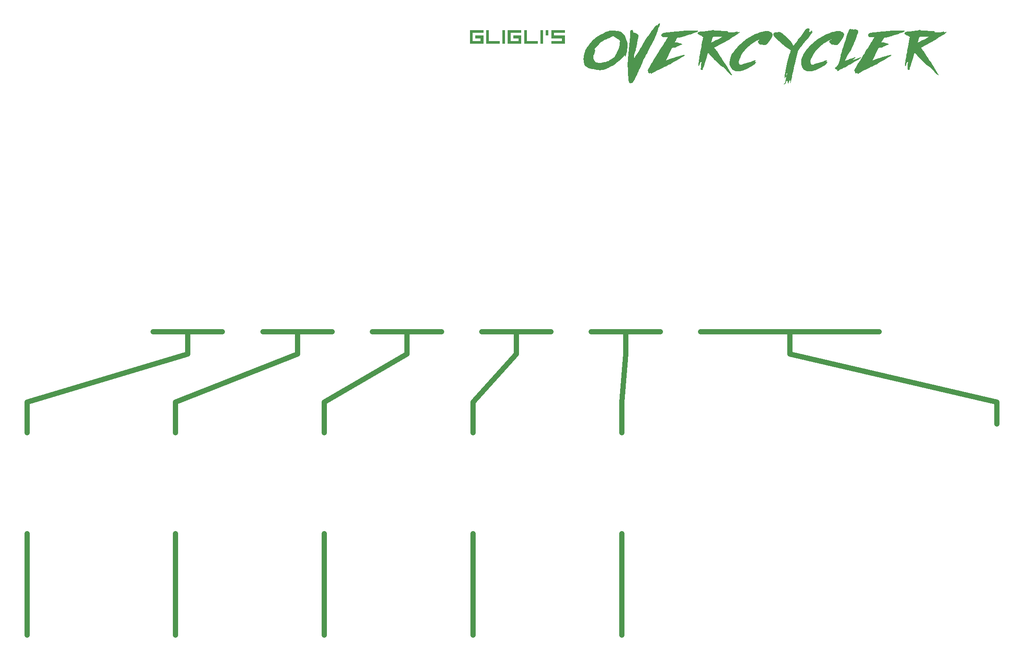
<source format=gbr>
%TF.GenerationSoftware,KiCad,Pcbnew,8.0.2*%
%TF.CreationDate,2024-05-10T04:20:27+02:00*%
%TF.ProjectId,PT-10 Top,50542d31-3020-4546-9f70-2e6b69636164,rev?*%
%TF.SameCoordinates,Original*%
%TF.FileFunction,Legend,Top*%
%TF.FilePolarity,Positive*%
%FSLAX46Y46*%
G04 Gerber Fmt 4.6, Leading zero omitted, Abs format (unit mm)*
G04 Created by KiCad (PCBNEW 8.0.2) date 2024-05-10 04:20:27*
%MOMM*%
%LPD*%
G01*
G04 APERTURE LIST*
%ADD10C,1.000000*%
%ADD11C,0.150000*%
G04 APERTURE END LIST*
D10*
X164758570Y-118631669D02*
X164758570Y-122943369D01*
X228298570Y-118631669D02*
X228298570Y-122943369D01*
X227527870Y-157754969D02*
X227527870Y-177378369D01*
X141209270Y-157754969D02*
X141209270Y-177378369D01*
X143578570Y-118631669D02*
X136893570Y-118631669D01*
X260068570Y-118631669D02*
X277343570Y-118631669D01*
X185938570Y-118631669D02*
X185938570Y-122943369D01*
X164758570Y-122943369D02*
X141209270Y-132254999D01*
X112436470Y-138255002D02*
X112436470Y-132254999D01*
X158073570Y-118631669D02*
X164758570Y-118631669D01*
X242793570Y-118631669D02*
X260068570Y-118631669D01*
X112436470Y-157754969D02*
X112436470Y-177378369D01*
X221613570Y-118631669D02*
X228298570Y-118631669D01*
X143578570Y-118631669D02*
X143578570Y-122943369D01*
X143578570Y-122943369D02*
X112436470Y-132254999D01*
X207118570Y-122943369D02*
X198755000Y-132254999D01*
X185938570Y-122943369D02*
X169982170Y-132254999D01*
X300097370Y-132254999D02*
X300097370Y-136566669D01*
X150263570Y-118631669D02*
X143578570Y-118631669D01*
X141209270Y-138255002D02*
X141209270Y-132254999D01*
X228298570Y-122943369D02*
X227527870Y-132254999D01*
X207118570Y-118631669D02*
X213803570Y-118631669D01*
X198755000Y-138255002D02*
X198755000Y-132254999D01*
X169982170Y-157754969D02*
X169982170Y-177378369D01*
X198755000Y-157754969D02*
X198755000Y-177378369D01*
X200433570Y-118631669D02*
X207118570Y-118631669D01*
X164758570Y-118631669D02*
X171443570Y-118631669D01*
X185938570Y-118631669D02*
X192623570Y-118631669D01*
X260068570Y-118631669D02*
X260068570Y-122943369D01*
X179253570Y-118631669D02*
X185938570Y-118631669D01*
X228298570Y-118631669D02*
X234983570Y-118631669D01*
X260068570Y-122943369D02*
X300097370Y-132254999D01*
X169982170Y-138255002D02*
X169982170Y-132254999D01*
X207118570Y-118631669D02*
X207118570Y-122943369D01*
X227527870Y-132254999D02*
X227527870Y-138255002D01*
D11*
G36*
X198118570Y-62856669D02*
G01*
X198118570Y-60230569D01*
X200744669Y-60230569D01*
X200744669Y-60755936D01*
X198643936Y-60755936D01*
X198643936Y-62331302D01*
X200219302Y-62331302D01*
X200219302Y-61824987D01*
X199168570Y-61824987D01*
X199168570Y-61299620D01*
X200744669Y-61299620D01*
X200744669Y-62856669D01*
X198118570Y-62856669D01*
G37*
G36*
X201266371Y-62856669D02*
G01*
X201266371Y-60230569D01*
X201791738Y-60230569D01*
X201791738Y-62331302D01*
X203892470Y-62331302D01*
X203892470Y-62856669D01*
X201266371Y-62856669D01*
G37*
G36*
X204414173Y-62856669D02*
G01*
X204414173Y-60230569D01*
X204939539Y-60230569D01*
X204939539Y-62856669D01*
X204414173Y-62856669D01*
G37*
G36*
X205463440Y-62856669D02*
G01*
X205463440Y-60230569D01*
X208089539Y-60230569D01*
X208089539Y-60755936D01*
X205988807Y-60755936D01*
X205988807Y-62331302D01*
X207564173Y-62331302D01*
X207564173Y-61824987D01*
X206513440Y-61824987D01*
X206513440Y-61299620D01*
X208089539Y-61299620D01*
X208089539Y-62856669D01*
X205463440Y-62856669D01*
G37*
G36*
X208611242Y-62856669D02*
G01*
X208611242Y-60230569D01*
X209136609Y-60230569D01*
X209136609Y-62331302D01*
X211237341Y-62331302D01*
X211237341Y-62856669D01*
X208611242Y-62856669D01*
G37*
G36*
X211759044Y-62856669D02*
G01*
X211759044Y-60230569D01*
X212284410Y-60230569D01*
X212284410Y-62856669D01*
X211759044Y-62856669D01*
G37*
G36*
X212808311Y-61262251D02*
G01*
X212808311Y-60230569D01*
X213333678Y-60230569D01*
X213333678Y-61262251D01*
X212808311Y-61262251D01*
G37*
G36*
X213857579Y-62856669D02*
G01*
X213857579Y-62331302D01*
X215958311Y-62331302D01*
X215958311Y-61824987D01*
X213857579Y-61824987D01*
X213857579Y-60230569D01*
X216483678Y-60230569D01*
X216483678Y-60755936D01*
X214382945Y-60755936D01*
X214382945Y-61299620D01*
X216483678Y-61299620D01*
X216483678Y-62856669D01*
X213857579Y-62856669D01*
G37*
G36*
X225914258Y-60325784D02*
G01*
X226210060Y-60360521D01*
X226531364Y-60416820D01*
X226682352Y-60448762D01*
X226682352Y-60432642D01*
X226654508Y-60371093D01*
X226682352Y-60371093D01*
X226738039Y-60432642D01*
X226765883Y-60432642D01*
X226765883Y-60412126D01*
X226738039Y-60334456D01*
X226765883Y-60334456D01*
X227012080Y-60510311D01*
X227174745Y-60489795D01*
X227460366Y-60607289D01*
X227701519Y-60796483D01*
X227903225Y-61031025D01*
X228023245Y-61209334D01*
X228170936Y-61499747D01*
X228298934Y-61784068D01*
X228407241Y-62062299D01*
X228514932Y-62401522D01*
X228591854Y-62731229D01*
X228638007Y-63051418D01*
X228653392Y-63362091D01*
X228627541Y-63694884D01*
X228581586Y-64007164D01*
X228525737Y-64322652D01*
X228469568Y-64611210D01*
X228403188Y-64931916D01*
X228326595Y-65284770D01*
X228273838Y-65284770D01*
X228273838Y-65127966D01*
X228245994Y-65127966D01*
X228215220Y-65321407D01*
X228162463Y-65321407D01*
X228109707Y-64937457D01*
X228081863Y-64937457D01*
X227930525Y-65207366D01*
X227718091Y-65475442D01*
X227482737Y-65724734D01*
X227256279Y-65941118D01*
X226995885Y-66172568D01*
X226701557Y-66419086D01*
X226541668Y-66547994D01*
X226302867Y-66732161D01*
X226057609Y-66906573D01*
X225805894Y-67071231D01*
X225547722Y-67226135D01*
X225283092Y-67371284D01*
X225012005Y-67506678D01*
X224734462Y-67632318D01*
X224450461Y-67748204D01*
X224160214Y-67834860D01*
X223864440Y-67913300D01*
X223551958Y-67978292D01*
X223294215Y-68003193D01*
X222991421Y-67977720D01*
X222682903Y-67929574D01*
X222355168Y-67868437D01*
X222037425Y-67803479D01*
X221754020Y-67742342D01*
X221428302Y-67707771D01*
X221114084Y-67604057D01*
X220853908Y-67460127D01*
X220602182Y-67265399D01*
X220358904Y-67019872D01*
X220253758Y-66741160D01*
X220178653Y-66453106D01*
X220133590Y-66155710D01*
X220118570Y-65848971D01*
X220130329Y-65539169D01*
X220139546Y-65459160D01*
X221994355Y-65459160D01*
X222043187Y-65764968D01*
X222172330Y-66054396D01*
X222357570Y-66324180D01*
X222407613Y-66385329D01*
X222707918Y-66496612D01*
X223007598Y-66579662D01*
X223154997Y-66596354D01*
X223485274Y-66556352D01*
X223782212Y-66514014D01*
X224106502Y-66457807D01*
X224426887Y-66385542D01*
X224705862Y-66294591D01*
X224863720Y-66210939D01*
X225167344Y-66037786D01*
X225430485Y-65881028D01*
X225702482Y-65708136D01*
X225945381Y-65534479D01*
X226154123Y-65311916D01*
X226159184Y-65284770D01*
X226336747Y-65024740D01*
X226496846Y-64763423D01*
X226639479Y-64500817D01*
X226802488Y-64148672D01*
X226934448Y-63794237D01*
X227035358Y-63437513D01*
X227105219Y-63078499D01*
X227144031Y-62717195D01*
X227152763Y-62444715D01*
X227086932Y-62151280D01*
X226984236Y-62076885D01*
X226698207Y-61892815D01*
X226446453Y-61739944D01*
X226189592Y-61597680D01*
X225896842Y-61468520D01*
X225745925Y-61437946D01*
X225416197Y-61631386D01*
X225118726Y-61742404D01*
X224824404Y-61864800D01*
X224533230Y-61998573D01*
X224245205Y-62143723D01*
X223960328Y-62300251D01*
X223678600Y-62468156D01*
X223566790Y-62538504D01*
X223313891Y-62736353D01*
X223105442Y-62951466D01*
X223043622Y-63099774D01*
X222771017Y-63273976D01*
X222561113Y-63509342D01*
X222374233Y-63750902D01*
X222271326Y-63892586D01*
X222391509Y-64167273D01*
X222407613Y-64297052D01*
X222288559Y-64576198D01*
X222172330Y-64863473D01*
X222062558Y-65165563D01*
X221994355Y-65459160D01*
X220139546Y-65459160D01*
X220165607Y-65232947D01*
X220224404Y-64930306D01*
X220306720Y-64631245D01*
X220412555Y-64335765D01*
X220541909Y-64043866D01*
X220694782Y-63755547D01*
X220871173Y-63470809D01*
X221071084Y-63189652D01*
X221294513Y-62912075D01*
X221456532Y-62729013D01*
X221648478Y-62480962D01*
X221886895Y-62225903D01*
X222121075Y-62008003D01*
X222387526Y-61785236D01*
X222623923Y-61603519D01*
X222880973Y-61418689D01*
X223017244Y-61325105D01*
X223334320Y-61162567D01*
X223600450Y-61027577D01*
X223887439Y-60884874D01*
X224155492Y-60763108D01*
X224166162Y-60760904D01*
X224405398Y-60571128D01*
X224704443Y-60465798D01*
X225007226Y-60382233D01*
X225123105Y-60353507D01*
X225422677Y-60313116D01*
X225479212Y-60312475D01*
X225615499Y-60312475D01*
X225914258Y-60325784D01*
G37*
G36*
X234705729Y-58810381D02*
G01*
X234762882Y-58817708D01*
X234661004Y-59094989D01*
X234655904Y-59116662D01*
X234651507Y-59150367D01*
X234676420Y-59153298D01*
X234801442Y-58884278D01*
X234808311Y-58858741D01*
X234861068Y-58871930D01*
X234861068Y-58924687D01*
X234881584Y-59137178D01*
X234778676Y-59451038D01*
X234680244Y-59747816D01*
X234586289Y-60027512D01*
X234453749Y-60415028D01*
X234331282Y-60764110D01*
X234218887Y-61074758D01*
X234084695Y-61429170D01*
X233968408Y-61715255D01*
X233827553Y-62016269D01*
X233772233Y-62109125D01*
X233626268Y-62393438D01*
X233473039Y-62689137D01*
X233312546Y-62996222D01*
X233144789Y-63314692D01*
X232969767Y-63644549D01*
X232787480Y-63985792D01*
X232597930Y-64338420D01*
X232401115Y-64702434D01*
X232197036Y-65077835D01*
X231985692Y-65464621D01*
X231840761Y-65728804D01*
X231716248Y-66019800D01*
X231595869Y-66300378D01*
X231479623Y-66570537D01*
X231313003Y-66956242D01*
X231155682Y-67318504D01*
X231007661Y-67657325D01*
X230868939Y-67972705D01*
X230739517Y-68264643D01*
X230619394Y-68533139D01*
X230473695Y-68854670D01*
X230344529Y-69134526D01*
X230184373Y-69435181D01*
X230036382Y-69702419D01*
X229874850Y-69978996D01*
X229708535Y-70240850D01*
X229529735Y-70481281D01*
X229438877Y-70497401D01*
X229361207Y-70453438D01*
X229299658Y-70506194D01*
X229267418Y-70501798D01*
X229189749Y-70456368D01*
X229148716Y-70534038D01*
X229141389Y-70583863D01*
X229088632Y-70575070D01*
X229104752Y-70476885D01*
X229104752Y-70472488D01*
X229053461Y-70435852D01*
X229027083Y-70432921D01*
X229013894Y-70510590D01*
X228962603Y-70501798D01*
X228833643Y-69933200D01*
X228804573Y-69606791D01*
X228778362Y-69289218D01*
X228755010Y-68980480D01*
X228734518Y-68680578D01*
X228711643Y-68294453D01*
X228693852Y-67924036D01*
X228681144Y-67569326D01*
X228673519Y-67230325D01*
X228670977Y-66907031D01*
X228673553Y-66595572D01*
X228681281Y-66300498D01*
X228697355Y-65968040D01*
X228720848Y-65659177D01*
X228757634Y-65328661D01*
X228776490Y-65196843D01*
X228761835Y-65147017D01*
X228769163Y-65060555D01*
X228789679Y-65048832D01*
X228789679Y-64966766D01*
X228840970Y-64610660D01*
X228826315Y-64524198D01*
X228852694Y-64528595D01*
X228835108Y-64491958D01*
X228840970Y-64443598D01*
X228886399Y-64304380D01*
X228867348Y-64250158D01*
X228892261Y-64254554D01*
X228874676Y-64217918D01*
X228890796Y-64206194D01*
X228901054Y-64206194D01*
X228879072Y-64168092D01*
X228886399Y-64119732D01*
X228921662Y-63823549D01*
X228927432Y-63681560D01*
X228927432Y-63562858D01*
X228942087Y-63551135D01*
X228955276Y-63551135D01*
X228955276Y-63542342D01*
X228942087Y-63448553D01*
X228976283Y-63147841D01*
X229009668Y-62827318D01*
X229038068Y-62508983D01*
X229057891Y-62187691D01*
X229060789Y-62051972D01*
X229027083Y-61823361D01*
X229116476Y-61786724D01*
X229104752Y-61700262D01*
X229129997Y-61393998D01*
X229138687Y-61082223D01*
X229139923Y-60881072D01*
X229139923Y-60579188D01*
X229167767Y-60582119D01*
X229147251Y-60545482D01*
X229250849Y-60268351D01*
X229372931Y-60202565D01*
X229372931Y-60205496D01*
X229397844Y-60221616D01*
X229472582Y-60173256D01*
X229493098Y-60173256D01*
X229520942Y-60177652D01*
X229509218Y-60255322D01*
X229627921Y-60226013D01*
X229652833Y-60230409D01*
X229825757Y-60755043D01*
X230023594Y-60771163D01*
X230023594Y-60787283D01*
X230080747Y-60778490D01*
X230108590Y-60787283D01*
X230380272Y-60928562D01*
X230561417Y-60992447D01*
X230717454Y-61247282D01*
X230734341Y-61413033D01*
X230718221Y-61613800D01*
X230688911Y-61609404D01*
X230713824Y-61647506D01*
X230684515Y-61807241D01*
X230663999Y-61818964D01*
X230656671Y-61818964D01*
X230677188Y-61855601D01*
X230677188Y-61871721D01*
X230656671Y-61884910D01*
X230643482Y-61884910D01*
X230668395Y-61921546D01*
X230663999Y-61937666D01*
X230643482Y-61949390D01*
X230636155Y-61949390D01*
X230636155Y-61953786D01*
X230659602Y-61969906D01*
X230609777Y-62076885D01*
X230403147Y-63354763D01*
X230362115Y-63414847D01*
X230391424Y-63435364D01*
X230341598Y-63546738D01*
X230280049Y-63930688D01*
X230259533Y-63943877D01*
X230247809Y-63943877D01*
X230275653Y-63964394D01*
X230234620Y-64042063D01*
X230205311Y-64217918D01*
X230184794Y-64229641D01*
X230171605Y-64229641D01*
X230196518Y-64250158D01*
X230092022Y-64554558D01*
X229995384Y-64840004D01*
X229928339Y-65053228D01*
X229928339Y-65715615D01*
X229957648Y-65720011D01*
X230103421Y-65442032D01*
X230276020Y-65153635D01*
X230461962Y-64851201D01*
X230629337Y-64582542D01*
X230820644Y-64278024D01*
X231035881Y-63937649D01*
X231275050Y-63561416D01*
X231360091Y-63428036D01*
X231525723Y-63110682D01*
X231693442Y-62802137D01*
X231863248Y-62502403D01*
X232035140Y-62211478D01*
X232209119Y-61929363D01*
X232385184Y-61656058D01*
X232563336Y-61391563D01*
X232743574Y-61135878D01*
X232925899Y-60889003D01*
X233110310Y-60650938D01*
X233234410Y-60497122D01*
X233408439Y-60242110D01*
X233600981Y-59975877D01*
X233780751Y-59738748D01*
X233974123Y-59493376D01*
X234181096Y-59239760D01*
X234206008Y-59244156D01*
X234201612Y-59276396D01*
X234005241Y-59607590D01*
X234005241Y-59625175D01*
X234030154Y-59628106D01*
X234255834Y-59301309D01*
X234311521Y-59310102D01*
X234295401Y-59390702D01*
X234255834Y-59468371D01*
X234260230Y-59468371D01*
X234460411Y-59236404D01*
X234620870Y-58964597D01*
X234705729Y-58810381D01*
G37*
G36*
X231804124Y-57443110D02*
G01*
X231804124Y-57476815D01*
X231788004Y-57476815D01*
X231788004Y-57443110D01*
X231804124Y-57443110D01*
G37*
G36*
X240034131Y-60312475D02*
G01*
X240331724Y-60312475D01*
X240692650Y-60312475D01*
X241012589Y-60312475D01*
X241354874Y-60312475D01*
X241681082Y-60312475D01*
X241997479Y-60312475D01*
X242019826Y-60312475D01*
X242236713Y-60362300D01*
X242236713Y-60416522D01*
X242081375Y-60416522D01*
X242081375Y-60445831D01*
X242270419Y-60445831D01*
X242270419Y-60498588D01*
X241946988Y-60640039D01*
X241624770Y-60764328D01*
X241346082Y-60864036D01*
X241035657Y-60969308D01*
X240693495Y-61080145D01*
X240319598Y-61196546D01*
X239913964Y-61318511D01*
X239625910Y-61402912D01*
X239323751Y-61489786D01*
X239007487Y-61579133D01*
X238677118Y-61670953D01*
X238373419Y-61699872D01*
X238145775Y-61886049D01*
X238143692Y-61915685D01*
X238019700Y-62191266D01*
X237874414Y-62476520D01*
X237791982Y-62635224D01*
X237825687Y-62635224D01*
X238014731Y-62610311D01*
X238205241Y-62610311D01*
X239153392Y-62875559D01*
X239153392Y-62903403D01*
X239119686Y-62953228D01*
X239181235Y-62953228D01*
X239181235Y-63007450D01*
X238881435Y-63145180D01*
X238555821Y-63291518D01*
X238284805Y-63409163D01*
X237997104Y-63525659D01*
X237761207Y-63595098D01*
X237443587Y-63618282D01*
X237180079Y-63751822D01*
X237158904Y-63832502D01*
X236064208Y-66124477D01*
X236096448Y-66124477D01*
X236419478Y-65987248D01*
X236740139Y-65865821D01*
X237016938Y-65767959D01*
X237324856Y-65664275D01*
X237663892Y-65554769D01*
X238034046Y-65439442D01*
X238435318Y-65318293D01*
X238720120Y-65234292D01*
X239018753Y-65147704D01*
X239331216Y-65058529D01*
X239657509Y-64966766D01*
X239657509Y-65019523D01*
X239497774Y-65097192D01*
X239657509Y-65072279D01*
X239685352Y-65072279D01*
X239685352Y-65097192D01*
X239443428Y-65306208D01*
X239156689Y-65500193D01*
X238899067Y-65655583D01*
X238597439Y-65824997D01*
X238324452Y-65970627D01*
X238177397Y-66046808D01*
X237856805Y-66252453D01*
X237541297Y-66447336D01*
X237230872Y-66631457D01*
X236925530Y-66804816D01*
X236625272Y-66967413D01*
X236330097Y-67119248D01*
X236040005Y-67260321D01*
X235754997Y-67390632D01*
X235457185Y-67528311D01*
X235177045Y-67660528D01*
X234831014Y-67828323D01*
X234516399Y-67986409D01*
X234233200Y-68134787D01*
X233923378Y-68306606D01*
X233662644Y-68463255D01*
X233489400Y-68577652D01*
X233238807Y-68732991D01*
X233206567Y-68732991D01*
X233079072Y-68577652D01*
X232796239Y-68630409D01*
X232647976Y-68363993D01*
X232574955Y-68101379D01*
X232513406Y-68023710D01*
X232661483Y-67728858D01*
X232826097Y-67437710D01*
X233047539Y-67060884D01*
X233226737Y-66762068D01*
X233431191Y-66425174D01*
X233660901Y-66050200D01*
X233915868Y-65637147D01*
X234196091Y-65186015D01*
X234501570Y-64696804D01*
X234663781Y-64437919D01*
X234832305Y-64169515D01*
X235007144Y-63891590D01*
X235188297Y-63604146D01*
X235375764Y-63307182D01*
X235569545Y-63000698D01*
X235769640Y-62684695D01*
X235976049Y-62359171D01*
X236188772Y-62024128D01*
X236331952Y-61746253D01*
X236405660Y-61625524D01*
X236284027Y-61625524D01*
X236190237Y-61625524D01*
X235878026Y-61625524D01*
X235596727Y-61625524D01*
X235320177Y-61523944D01*
X235283119Y-61484840D01*
X235283119Y-61415964D01*
X235344669Y-61415964D01*
X235189330Y-61310451D01*
X235189330Y-61287003D01*
X235189330Y-61156578D01*
X235341738Y-60922105D01*
X235625634Y-60791759D01*
X235908663Y-60707965D01*
X236002659Y-60687632D01*
X236317183Y-60664184D01*
X236637797Y-60634875D01*
X236949725Y-60605200D01*
X237322910Y-60568929D01*
X237757352Y-60526065D01*
X238081012Y-60493825D01*
X238431897Y-60458654D01*
X238810008Y-60420552D01*
X239215344Y-60379519D01*
X239647906Y-60335555D01*
X239874396Y-60312475D01*
X240034131Y-60312475D01*
G37*
G36*
X245366930Y-60265580D02*
G01*
X245429944Y-60343249D01*
X245676141Y-60324198D01*
X245997703Y-60334631D01*
X246293957Y-60349443D01*
X246591445Y-60365929D01*
X246942697Y-60386537D01*
X247241418Y-60404698D01*
X247570382Y-60425177D01*
X247929588Y-60447975D01*
X248056043Y-60456089D01*
X248056043Y-60500053D01*
X247839156Y-60500053D01*
X247839156Y-60520569D01*
X248085352Y-60520569D01*
X248085352Y-60561602D01*
X247995960Y-60608497D01*
X248288529Y-60631858D01*
X248595990Y-60645523D01*
X248888423Y-60649530D01*
X249229874Y-60649530D01*
X249539092Y-60581334D01*
X249837032Y-60501427D01*
X250000705Y-60456089D01*
X249877606Y-60520569D01*
X249877606Y-60541086D01*
X249909847Y-60541086D01*
X250095960Y-60500053D01*
X249877606Y-60690562D01*
X249939156Y-60690562D01*
X250221916Y-60582886D01*
X250342156Y-60561602D01*
X250280607Y-60649530D01*
X250371466Y-60649530D01*
X250119858Y-60862663D01*
X249839138Y-61055828D01*
X249539704Y-61253687D01*
X249271461Y-61427357D01*
X248965789Y-61622690D01*
X248622687Y-61839688D01*
X248373159Y-61996389D01*
X248242156Y-62078350D01*
X245428479Y-63589237D01*
X245742756Y-64060192D01*
X246036758Y-64501461D01*
X246310484Y-64913042D01*
X246563933Y-65294937D01*
X246797107Y-65647145D01*
X247010005Y-65969665D01*
X247202626Y-66262499D01*
X247374972Y-66525646D01*
X247595473Y-66864703D01*
X247770354Y-67136965D01*
X247932561Y-67396076D01*
X248023803Y-67562091D01*
X248826874Y-68935224D01*
X248642226Y-68725664D01*
X248612917Y-68725664D01*
X248612917Y-68746180D01*
X248736015Y-68976257D01*
X248485730Y-68788783D01*
X248259919Y-68568682D01*
X248025177Y-68317625D01*
X247800514Y-68064412D01*
X247653043Y-67893284D01*
X247447512Y-67683540D01*
X247230785Y-67457940D01*
X247029651Y-67240869D01*
X247002380Y-67210381D01*
X246973071Y-67210381D01*
X246973071Y-67230897D01*
X247063929Y-67393563D01*
X247034620Y-67393563D01*
X246788125Y-67197043D01*
X246549553Y-66981037D01*
X246298794Y-66744832D01*
X246064184Y-66519083D01*
X245799348Y-66260636D01*
X245580886Y-66045343D01*
X245343258Y-65816279D01*
X245116720Y-65585212D01*
X244901273Y-65352141D01*
X244696918Y-65117067D01*
X244503654Y-64879989D01*
X244321481Y-64640908D01*
X244251717Y-64544715D01*
X244223873Y-64544715D01*
X244145511Y-64857711D01*
X244060377Y-65144838D01*
X243944286Y-65523052D01*
X243836901Y-65866488D01*
X243712102Y-66261161D01*
X243619229Y-66552741D01*
X243518616Y-66867093D01*
X243410264Y-67204217D01*
X243294172Y-67564113D01*
X243233224Y-67752600D01*
X243200984Y-67956299D01*
X243139435Y-67956299D01*
X243110126Y-67956299D01*
X242953322Y-67853717D01*
X242924013Y-67853717D01*
X242924013Y-67915266D01*
X242891773Y-67915266D01*
X242800914Y-67771651D01*
X242818923Y-67469369D01*
X242849137Y-67125900D01*
X242879648Y-66808608D01*
X242909415Y-66511601D01*
X242943945Y-66176218D01*
X242953322Y-66086375D01*
X242953322Y-66024826D01*
X242924013Y-66024826D01*
X242821939Y-66303442D01*
X242704440Y-66595009D01*
X242593293Y-66866212D01*
X242459463Y-67189865D01*
X242459463Y-66939271D01*
X242459463Y-66918755D01*
X242438946Y-66918755D01*
X242397914Y-67148832D01*
X242336364Y-67148832D01*
X242336364Y-67021337D01*
X242307055Y-66939271D01*
X242350458Y-66647130D01*
X242396036Y-66349562D01*
X242443789Y-66046568D01*
X242493718Y-65738146D01*
X242545822Y-65424298D01*
X242600101Y-65105023D01*
X242656555Y-64780321D01*
X242715185Y-64450193D01*
X242775990Y-64114637D01*
X242838970Y-63773655D01*
X242904126Y-63427246D01*
X242971457Y-63075411D01*
X243040963Y-62718148D01*
X243061407Y-62614708D01*
X244807125Y-62614708D01*
X245106971Y-62490476D01*
X245404385Y-62354993D01*
X245673433Y-62225689D01*
X245970143Y-62077792D01*
X246294512Y-61911302D01*
X246555942Y-61774234D01*
X246832930Y-61626706D01*
X247125478Y-61468720D01*
X246821579Y-61496289D01*
X246523510Y-61513950D01*
X246195428Y-61525581D01*
X245890327Y-61530750D01*
X245674676Y-61531735D01*
X245210126Y-61531735D01*
X245069808Y-61802478D01*
X244969941Y-62091200D01*
X244865699Y-62421168D01*
X244807125Y-62614708D01*
X243061407Y-62614708D01*
X243112644Y-62355459D01*
X243186501Y-61987343D01*
X243262533Y-61613800D01*
X243233224Y-61531735D01*
X242960072Y-61410709D01*
X242953322Y-61402775D01*
X242987027Y-61319244D01*
X242686523Y-61274020D01*
X242417126Y-61119810D01*
X242227819Y-60884650D01*
X242211800Y-60856159D01*
X242211800Y-60781421D01*
X242397914Y-60555740D01*
X242459463Y-60574791D01*
X242746365Y-60503810D01*
X242862463Y-60500053D01*
X243166179Y-60500053D01*
X243294773Y-60500053D01*
X243417872Y-60500053D01*
X243417872Y-60520569D01*
X243722043Y-60428792D01*
X244050717Y-60385973D01*
X244356609Y-60367083D01*
X244650401Y-60359999D01*
X244777816Y-60359369D01*
X244902380Y-60218685D01*
X244930223Y-60218685D01*
X245025478Y-60250925D01*
X245182282Y-60171791D01*
X245366930Y-60265580D01*
G37*
G36*
X255641249Y-60406264D02*
G01*
X255934180Y-60446438D01*
X256224524Y-60552684D01*
X256505411Y-60705080D01*
X256570349Y-60746250D01*
X256536643Y-60794610D01*
X256536643Y-60819523D01*
X256672931Y-60894261D01*
X256639225Y-60967534D01*
X256741807Y-61040807D01*
X256672931Y-61134596D01*
X256741807Y-61159509D01*
X256651998Y-61455995D01*
X256494313Y-61760581D01*
X256306000Y-62049980D01*
X256118101Y-62304786D01*
X255897092Y-62580292D01*
X255642972Y-62876498D01*
X255503496Y-63032363D01*
X255261696Y-63130548D01*
X255191354Y-63130548D01*
X255122477Y-63057276D01*
X255088772Y-63057276D01*
X254949553Y-63155461D01*
X254675513Y-63032363D01*
X254641807Y-62982537D01*
X254572931Y-63007450D01*
X254298891Y-63007450D01*
X254057090Y-62888748D01*
X253851926Y-62520918D01*
X253954508Y-62280583D01*
X254179708Y-62073015D01*
X254228549Y-62009474D01*
X254194843Y-62009474D01*
X253901202Y-62147685D01*
X253625513Y-62291208D01*
X253367776Y-62440043D01*
X253127990Y-62594191D01*
X252853509Y-62744152D01*
X252579423Y-62952361D01*
X252347926Y-63140741D01*
X252077412Y-63368780D01*
X251848921Y-63565835D01*
X251598482Y-63785198D01*
X251510126Y-63863277D01*
X251297413Y-64146882D01*
X251102757Y-64420672D01*
X250926160Y-64684647D01*
X250767620Y-64938808D01*
X250584323Y-65262422D01*
X250433129Y-65568588D01*
X250314038Y-65857306D01*
X250210318Y-66193667D01*
X250172163Y-66382398D01*
X250172163Y-66458602D01*
X250242505Y-66506962D01*
X250172163Y-66556787D01*
X250338859Y-66814124D01*
X250377327Y-66946599D01*
X250447669Y-66971511D01*
X250760584Y-66892131D01*
X251049788Y-66792905D01*
X251368112Y-66676263D01*
X251683050Y-66556787D01*
X251991706Y-66486016D01*
X252301083Y-66403395D01*
X252611182Y-66308925D01*
X252922002Y-66202604D01*
X253233543Y-66084435D01*
X253337551Y-66042412D01*
X253369791Y-66042412D01*
X253267209Y-66136201D01*
X253299449Y-66136201D01*
X253402031Y-66090772D01*
X253440133Y-66090772D01*
X253277848Y-66347775D01*
X253267209Y-66358950D01*
X253402031Y-66309125D01*
X253402031Y-66334038D01*
X253299449Y-66457136D01*
X253337551Y-66457136D01*
X253472373Y-66383863D01*
X253509009Y-66383863D01*
X253359938Y-66638078D01*
X253120634Y-66894226D01*
X252864225Y-67100535D01*
X252550068Y-67308080D01*
X252276553Y-67464550D01*
X251970554Y-67621716D01*
X251632072Y-67779578D01*
X251261107Y-67938135D01*
X250995750Y-68044226D01*
X250707353Y-68121506D01*
X250413534Y-68166586D01*
X250087258Y-68188482D01*
X249931828Y-68190772D01*
X249617170Y-68165119D01*
X249333567Y-68088161D01*
X249034236Y-67928089D01*
X248779624Y-67694136D01*
X248601608Y-67442740D01*
X248454648Y-67140039D01*
X248395915Y-66852167D01*
X248384306Y-66602216D01*
X248384306Y-66410241D01*
X248411805Y-66053624D01*
X248494301Y-65685544D01*
X248631795Y-65306001D01*
X248824286Y-64914994D01*
X248983168Y-64647955D01*
X249166493Y-64375821D01*
X249374262Y-64098592D01*
X249606474Y-63816268D01*
X249863129Y-63528849D01*
X250144228Y-63236336D01*
X250449770Y-62938728D01*
X250779756Y-62636025D01*
X251134184Y-62328228D01*
X251513057Y-62015336D01*
X251817484Y-61821960D01*
X252119670Y-61640253D01*
X252419615Y-61470216D01*
X252717319Y-61311848D01*
X253012782Y-61165149D01*
X253306003Y-61030119D01*
X253596984Y-60906759D01*
X253885723Y-60795068D01*
X254172221Y-60695046D01*
X254456479Y-60606694D01*
X254644738Y-60554275D01*
X254944974Y-60489520D01*
X255242012Y-60438786D01*
X255546498Y-60408576D01*
X255641249Y-60406264D01*
G37*
G36*
X263392052Y-59878699D02*
G01*
X263487306Y-59935852D01*
X263512219Y-59935852D01*
X263515150Y-59899216D01*
X263540063Y-59899216D01*
X263638248Y-59919732D01*
X263742296Y-59899216D01*
X263742296Y-59919732D01*
X263836085Y-60034038D01*
X263836085Y-60073605D01*
X263847809Y-60170325D01*
X263795052Y-60226013D01*
X263856602Y-60322733D01*
X263739170Y-60597632D01*
X263680747Y-60724268D01*
X264237620Y-60309544D01*
X264262533Y-60309544D01*
X264262533Y-60328595D01*
X264118918Y-60485398D01*
X264118918Y-60505915D01*
X264307962Y-60366696D01*
X264331410Y-60366696D01*
X264299170Y-60464882D01*
X264294773Y-60485398D01*
X264410544Y-60583584D01*
X264237459Y-60875745D01*
X264053425Y-61156887D01*
X263858443Y-61427009D01*
X263652514Y-61686112D01*
X263435636Y-61934195D01*
X263207811Y-62171258D01*
X263113615Y-62262998D01*
X262926494Y-62491632D01*
X262741022Y-62723976D01*
X262557199Y-62960029D01*
X262375024Y-63199791D01*
X262194498Y-63443263D01*
X262015621Y-63690445D01*
X261838392Y-63941336D01*
X261662812Y-64195936D01*
X261575091Y-64484974D01*
X261489855Y-64799336D01*
X261387953Y-65197341D01*
X261310759Y-65509146D01*
X261226158Y-65858125D01*
X261134149Y-66244278D01*
X261034732Y-66667607D01*
X260927909Y-67128109D01*
X260813677Y-67625787D01*
X260692039Y-68160638D01*
X260562993Y-68732665D01*
X260495692Y-69032618D01*
X260426539Y-69341865D01*
X260355534Y-69660406D01*
X260282678Y-69988241D01*
X260207970Y-70325369D01*
X260131410Y-70671791D01*
X260131410Y-69640109D01*
X259741598Y-70646878D01*
X259529107Y-69991819D01*
X259930642Y-68645063D01*
X259124641Y-70856438D01*
X259162743Y-70660067D01*
X259165673Y-70655671D01*
X259162743Y-70655671D01*
X258875300Y-70740176D01*
X258771466Y-70774373D01*
X259111452Y-70361114D01*
X259328339Y-69231246D01*
X259381096Y-68957206D01*
X259376699Y-68932293D01*
X259225185Y-69205109D01*
X259162743Y-69345552D01*
X259556951Y-68711009D01*
X259441179Y-68567394D01*
X259485143Y-68391539D01*
X259485143Y-68375419D01*
X259460230Y-68375419D01*
X259285841Y-69037806D01*
X259011800Y-69640109D01*
X259051391Y-69340950D01*
X259052833Y-69279606D01*
X259016197Y-69018755D01*
X259447041Y-66729711D01*
X259504964Y-66411216D01*
X259584290Y-66100687D01*
X259670523Y-65802443D01*
X259776998Y-65459915D01*
X259870138Y-65173958D01*
X259974663Y-64863091D01*
X260090574Y-64527314D01*
X260217872Y-64166627D01*
X259956723Y-63995237D01*
X259705969Y-63824717D01*
X259465611Y-63655068D01*
X259179783Y-63444229D01*
X258910197Y-63234750D01*
X258656855Y-63026631D01*
X258419756Y-62819872D01*
X258156678Y-62563727D01*
X257916990Y-62329453D01*
X257700692Y-62117049D01*
X257448679Y-61867864D01*
X257238248Y-61657559D01*
X257000569Y-61415003D01*
X256819477Y-61215196D01*
X256819477Y-61194680D01*
X256901542Y-61137527D01*
X256848786Y-60968999D01*
X256848786Y-60941156D01*
X257045755Y-60720488D01*
X257059812Y-60687632D01*
X257191703Y-60653926D01*
X257171186Y-60624617D01*
X257254717Y-60583584D01*
X257297216Y-60624617D01*
X257297216Y-60640737D01*
X257402729Y-60640737D01*
X257458416Y-60583584D01*
X257458416Y-60624617D01*
X257499449Y-60702286D01*
X257522896Y-60702286D01*
X257603496Y-60640737D01*
X257730991Y-60661253D01*
X257735387Y-60604100D01*
X257811591Y-60604100D01*
X258065115Y-60583584D01*
X258177955Y-60656857D01*
X258230712Y-60640737D01*
X258283468Y-60640737D01*
X258537908Y-60802304D01*
X258780121Y-61004262D01*
X259040526Y-61234270D01*
X259287180Y-61458668D01*
X259567907Y-61718970D01*
X259643412Y-61789655D01*
X259875235Y-62028845D01*
X260091499Y-62280400D01*
X260292204Y-62544320D01*
X260477349Y-62820604D01*
X260646936Y-63109254D01*
X260700007Y-63208218D01*
X260777676Y-63208218D01*
X260991627Y-62945888D01*
X261180105Y-62702950D01*
X261372652Y-62437021D01*
X261550928Y-62162063D01*
X261693535Y-61894365D01*
X261706776Y-61864394D01*
X261932365Y-61665183D01*
X262039435Y-61610869D01*
X262222726Y-61344327D01*
X262390664Y-61100839D01*
X262590699Y-60812052D01*
X262763439Y-60564253D01*
X262940983Y-60312141D01*
X263117897Y-60066776D01*
X263203008Y-59956368D01*
X263392052Y-59878699D01*
G37*
G36*
X269475164Y-60406264D02*
G01*
X269768095Y-60446438D01*
X270058439Y-60552684D01*
X270339326Y-60705080D01*
X270404264Y-60746250D01*
X270370558Y-60794610D01*
X270370558Y-60819523D01*
X270506846Y-60894261D01*
X270473140Y-60967534D01*
X270575722Y-61040807D01*
X270506846Y-61134596D01*
X270575722Y-61159509D01*
X270485913Y-61455995D01*
X270328228Y-61760581D01*
X270139915Y-62049980D01*
X269952016Y-62304786D01*
X269731007Y-62580292D01*
X269476887Y-62876498D01*
X269337411Y-63032363D01*
X269095611Y-63130548D01*
X269025269Y-63130548D01*
X268956392Y-63057276D01*
X268922687Y-63057276D01*
X268783468Y-63155461D01*
X268509428Y-63032363D01*
X268475722Y-62982537D01*
X268406846Y-63007450D01*
X268132805Y-63007450D01*
X267891005Y-62888748D01*
X267685841Y-62520918D01*
X267788423Y-62280583D01*
X268013622Y-62073015D01*
X268062463Y-62009474D01*
X268028758Y-62009474D01*
X267735117Y-62147685D01*
X267459428Y-62291208D01*
X267201691Y-62440043D01*
X266961905Y-62594191D01*
X266687424Y-62744152D01*
X266413338Y-62952361D01*
X266181841Y-63140741D01*
X265911327Y-63368780D01*
X265682836Y-63565835D01*
X265432397Y-63785198D01*
X265344041Y-63863277D01*
X265131327Y-64146882D01*
X264936672Y-64420672D01*
X264760074Y-64684647D01*
X264601535Y-64938808D01*
X264418238Y-65262422D01*
X264267044Y-65568588D01*
X264147953Y-65857306D01*
X264044233Y-66193667D01*
X264006078Y-66382398D01*
X264006078Y-66458602D01*
X264076420Y-66506962D01*
X264006078Y-66556787D01*
X264172774Y-66814124D01*
X264211242Y-66946599D01*
X264281584Y-66971511D01*
X264594499Y-66892131D01*
X264883702Y-66792905D01*
X265202027Y-66676263D01*
X265516964Y-66556787D01*
X265825621Y-66486016D01*
X266134998Y-66403395D01*
X266445097Y-66308925D01*
X266755917Y-66202604D01*
X267067458Y-66084435D01*
X267171466Y-66042412D01*
X267203706Y-66042412D01*
X267101124Y-66136201D01*
X267133364Y-66136201D01*
X267235946Y-66090772D01*
X267274048Y-66090772D01*
X267111762Y-66347775D01*
X267101124Y-66358950D01*
X267235946Y-66309125D01*
X267235946Y-66334038D01*
X267133364Y-66457136D01*
X267171466Y-66457136D01*
X267306288Y-66383863D01*
X267342924Y-66383863D01*
X267193852Y-66638078D01*
X266954549Y-66894226D01*
X266698140Y-67100535D01*
X266383983Y-67308080D01*
X266110467Y-67464550D01*
X265804469Y-67621716D01*
X265465987Y-67779578D01*
X265095022Y-67938135D01*
X264829665Y-68044226D01*
X264541268Y-68121506D01*
X264247449Y-68166586D01*
X263921173Y-68188482D01*
X263765743Y-68190772D01*
X263451085Y-68165119D01*
X263167482Y-68088161D01*
X262868151Y-67928089D01*
X262613539Y-67694136D01*
X262435523Y-67442740D01*
X262288563Y-67140039D01*
X262229830Y-66852167D01*
X262218221Y-66602216D01*
X262218221Y-66410241D01*
X262245719Y-66053624D01*
X262328216Y-65685544D01*
X262465710Y-65306001D01*
X262658201Y-64914994D01*
X262817083Y-64647955D01*
X263000408Y-64375821D01*
X263208177Y-64098592D01*
X263440389Y-63816268D01*
X263697044Y-63528849D01*
X263978143Y-63236336D01*
X264283685Y-62938728D01*
X264613670Y-62636025D01*
X264968099Y-62328228D01*
X265346971Y-62015336D01*
X265651399Y-61821960D01*
X265953585Y-61640253D01*
X266253530Y-61470216D01*
X266551234Y-61311848D01*
X266846696Y-61165149D01*
X267139918Y-61030119D01*
X267430899Y-60906759D01*
X267719638Y-60795068D01*
X268006136Y-60695046D01*
X268290394Y-60606694D01*
X268478653Y-60554275D01*
X268778889Y-60489520D01*
X269075927Y-60438786D01*
X269380413Y-60408576D01*
X269475164Y-60406264D01*
G37*
G36*
X271696797Y-59957834D02*
G01*
X271749553Y-59957834D01*
X272014504Y-60084298D01*
X272049972Y-60114638D01*
X272129107Y-60114638D01*
X272177467Y-60078001D01*
X272227292Y-60078001D01*
X272379700Y-60189376D01*
X272605380Y-60078001D01*
X272659602Y-60078001D01*
X272757788Y-60078001D01*
X272885283Y-60151274D01*
X273036225Y-60094121D01*
X273234757Y-60312824D01*
X273261905Y-60372558D01*
X273261905Y-60442900D01*
X273210540Y-60769709D01*
X273119223Y-61085698D01*
X273020773Y-61374201D01*
X272896640Y-61706857D01*
X272746824Y-62083665D01*
X272632679Y-62359400D01*
X272507119Y-62654759D01*
X272370144Y-62969740D01*
X272221755Y-63304345D01*
X272061952Y-63658574D01*
X271890734Y-64032426D01*
X271800844Y-64226710D01*
X271593734Y-64535899D01*
X271414239Y-64809871D01*
X271228702Y-65102812D01*
X271063014Y-65381707D01*
X270930981Y-65651478D01*
X270917174Y-65714149D01*
X270788686Y-65981610D01*
X270691493Y-66209474D01*
X270716406Y-66209474D01*
X270987816Y-66082620D01*
X271275398Y-65960346D01*
X271579151Y-65842652D01*
X271899076Y-65729537D01*
X272235172Y-65621001D01*
X272587440Y-65517045D01*
X272732875Y-65476745D01*
X272628828Y-65550018D01*
X272658137Y-65550018D01*
X272781235Y-65511916D01*
X272781235Y-65529502D01*
X272541002Y-65733081D01*
X272296110Y-65909371D01*
X272099798Y-66046808D01*
X272129107Y-66046808D01*
X273790935Y-65476745D01*
X273663440Y-65567604D01*
X273688353Y-65567604D01*
X273815848Y-65530967D01*
X273815848Y-65551484D01*
X273590388Y-65745400D01*
X273590168Y-65752251D01*
X273249260Y-65961256D01*
X272923362Y-66159259D01*
X272612473Y-66346259D01*
X272316594Y-66522257D01*
X272035724Y-66687253D01*
X271769864Y-66841246D01*
X271399216Y-67051606D01*
X271062340Y-67237211D01*
X270759235Y-67398061D01*
X270489901Y-67534155D01*
X270183323Y-67677106D01*
X269936783Y-67776047D01*
X269653160Y-67883718D01*
X269432059Y-68078899D01*
X269412149Y-68108706D01*
X269309567Y-68190772D01*
X269182073Y-67972419D01*
X269182073Y-67846389D01*
X268984236Y-67883026D01*
X268760240Y-67687955D01*
X268760021Y-67682258D01*
X268760021Y-67551832D01*
X268988999Y-67358311D01*
X269135178Y-67260207D01*
X269302544Y-67003168D01*
X269388702Y-66929013D01*
X269513541Y-66628045D01*
X269616013Y-66315711D01*
X269698822Y-66011606D01*
X269776995Y-65673909D01*
X269838597Y-65366836D01*
X269905847Y-65012948D01*
X270004662Y-64648393D01*
X270107595Y-64297499D01*
X270235231Y-63880196D01*
X270334046Y-63565099D01*
X270443841Y-63220488D01*
X270564615Y-62846361D01*
X270696369Y-62442720D01*
X270839102Y-62009563D01*
X270992815Y-61546890D01*
X271157507Y-61054703D01*
X271243971Y-60797541D01*
X271353632Y-60519566D01*
X271461477Y-60207213D01*
X271520942Y-60031107D01*
X271696797Y-59957834D01*
G37*
G36*
X280011800Y-60312475D02*
G01*
X280309393Y-60312475D01*
X280670319Y-60312475D01*
X280990258Y-60312475D01*
X281332544Y-60312475D01*
X281658751Y-60312475D01*
X281975148Y-60312475D01*
X281997495Y-60312475D01*
X282214382Y-60362300D01*
X282214382Y-60416522D01*
X282059044Y-60416522D01*
X282059044Y-60445831D01*
X282248088Y-60445831D01*
X282248088Y-60498588D01*
X281924657Y-60640039D01*
X281602440Y-60764328D01*
X281323751Y-60864036D01*
X281013326Y-60969308D01*
X280671165Y-61080145D01*
X280297267Y-61196546D01*
X279891633Y-61318511D01*
X279603579Y-61402912D01*
X279301420Y-61489786D01*
X278985156Y-61579133D01*
X278654787Y-61670953D01*
X278351088Y-61699872D01*
X278123445Y-61886049D01*
X278121361Y-61915685D01*
X277997369Y-62191266D01*
X277852083Y-62476520D01*
X277769651Y-62635224D01*
X277803357Y-62635224D01*
X277992401Y-62610311D01*
X278182910Y-62610311D01*
X279131061Y-62875559D01*
X279131061Y-62903403D01*
X279097355Y-62953228D01*
X279158904Y-62953228D01*
X279158904Y-63007450D01*
X278859104Y-63145180D01*
X278533491Y-63291518D01*
X278262474Y-63409163D01*
X277974774Y-63525659D01*
X277738877Y-63595098D01*
X277421256Y-63618282D01*
X277157748Y-63751822D01*
X277136574Y-63832502D01*
X276041877Y-66124477D01*
X276074117Y-66124477D01*
X276397148Y-65987248D01*
X276717808Y-65865821D01*
X276994608Y-65767959D01*
X277302525Y-65664275D01*
X277641561Y-65554769D01*
X278011715Y-65439442D01*
X278412987Y-65318293D01*
X278697789Y-65234292D01*
X278996422Y-65147704D01*
X279308885Y-65058529D01*
X279635178Y-64966766D01*
X279635178Y-65019523D01*
X279475443Y-65097192D01*
X279635178Y-65072279D01*
X279663022Y-65072279D01*
X279663022Y-65097192D01*
X279421097Y-65306208D01*
X279134358Y-65500193D01*
X278876737Y-65655583D01*
X278575109Y-65824997D01*
X278302122Y-65970627D01*
X278155066Y-66046808D01*
X277834475Y-66252453D01*
X277518966Y-66447336D01*
X277208541Y-66631457D01*
X276903200Y-66804816D01*
X276602941Y-66967413D01*
X276307766Y-67119248D01*
X276017674Y-67260321D01*
X275732666Y-67390632D01*
X275434855Y-67528311D01*
X275154715Y-67660528D01*
X274808684Y-67828323D01*
X274494068Y-67986409D01*
X274210869Y-68134787D01*
X273901048Y-68306606D01*
X273640314Y-68463255D01*
X273467069Y-68577652D01*
X273216476Y-68732991D01*
X273184236Y-68732991D01*
X273056741Y-68577652D01*
X272773908Y-68630409D01*
X272625645Y-68363993D01*
X272552624Y-68101379D01*
X272491075Y-68023710D01*
X272639152Y-67728858D01*
X272803767Y-67437710D01*
X273025208Y-67060884D01*
X273204406Y-66762068D01*
X273408860Y-66425174D01*
X273638571Y-66050200D01*
X273893537Y-65637147D01*
X274173760Y-65186015D01*
X274479239Y-64696804D01*
X274641450Y-64437919D01*
X274809975Y-64169515D01*
X274984813Y-63891590D01*
X275165966Y-63604146D01*
X275353433Y-63307182D01*
X275547214Y-63000698D01*
X275747309Y-62684695D01*
X275953718Y-62359171D01*
X276166441Y-62024128D01*
X276309621Y-61746253D01*
X276383329Y-61625524D01*
X276261696Y-61625524D01*
X276167907Y-61625524D01*
X275855696Y-61625524D01*
X275574396Y-61625524D01*
X275297846Y-61523944D01*
X275260789Y-61484840D01*
X275260789Y-61415964D01*
X275322338Y-61415964D01*
X275166999Y-61310451D01*
X275166999Y-61287003D01*
X275166999Y-61156578D01*
X275319407Y-60922105D01*
X275603303Y-60791759D01*
X275886333Y-60707965D01*
X275980328Y-60687632D01*
X276294852Y-60664184D01*
X276615466Y-60634875D01*
X276927394Y-60605200D01*
X277300579Y-60568929D01*
X277735021Y-60526065D01*
X278058681Y-60493825D01*
X278409566Y-60458654D01*
X278787677Y-60420552D01*
X279193014Y-60379519D01*
X279625575Y-60335555D01*
X279852066Y-60312475D01*
X280011800Y-60312475D01*
G37*
G36*
X285344599Y-60265580D02*
G01*
X285407613Y-60343249D01*
X285653810Y-60324198D01*
X285975372Y-60334631D01*
X286271626Y-60349443D01*
X286569114Y-60365929D01*
X286920366Y-60386537D01*
X287219087Y-60404698D01*
X287548051Y-60425177D01*
X287907257Y-60447975D01*
X288033713Y-60456089D01*
X288033713Y-60500053D01*
X287816825Y-60500053D01*
X287816825Y-60520569D01*
X288063022Y-60520569D01*
X288063022Y-60561602D01*
X287973629Y-60608497D01*
X288266198Y-60631858D01*
X288573659Y-60645523D01*
X288866092Y-60649530D01*
X289207544Y-60649530D01*
X289516761Y-60581334D01*
X289814701Y-60501427D01*
X289978374Y-60456089D01*
X289855276Y-60520569D01*
X289855276Y-60541086D01*
X289887516Y-60541086D01*
X290073629Y-60500053D01*
X289855276Y-60690562D01*
X289916825Y-60690562D01*
X290199585Y-60582886D01*
X290319826Y-60561602D01*
X290258276Y-60649530D01*
X290349135Y-60649530D01*
X290097527Y-60862663D01*
X289816807Y-61055828D01*
X289517373Y-61253687D01*
X289249130Y-61427357D01*
X288943458Y-61622690D01*
X288600356Y-61839688D01*
X288350828Y-61996389D01*
X288219826Y-62078350D01*
X285406148Y-63589237D01*
X285720426Y-64060192D01*
X286014427Y-64501461D01*
X286288153Y-64913042D01*
X286541602Y-65294937D01*
X286774776Y-65647145D01*
X286987674Y-65969665D01*
X287180296Y-66262499D01*
X287352641Y-66525646D01*
X287573143Y-66864703D01*
X287748023Y-67136965D01*
X287910231Y-67396076D01*
X288001473Y-67562091D01*
X288804543Y-68935224D01*
X288619895Y-68725664D01*
X288590586Y-68725664D01*
X288590586Y-68746180D01*
X288713685Y-68976257D01*
X288463399Y-68788783D01*
X288237589Y-68568682D01*
X288002846Y-68317625D01*
X287778183Y-68064412D01*
X287630712Y-67893284D01*
X287425182Y-67683540D01*
X287208454Y-67457940D01*
X287007320Y-67240869D01*
X286980049Y-67210381D01*
X286950740Y-67210381D01*
X286950740Y-67230897D01*
X287041598Y-67393563D01*
X287012289Y-67393563D01*
X286765795Y-67197043D01*
X286527223Y-66981037D01*
X286276464Y-66744832D01*
X286041853Y-66519083D01*
X285777017Y-66260636D01*
X285558556Y-66045343D01*
X285320927Y-65816279D01*
X285094389Y-65585212D01*
X284878943Y-65352141D01*
X284674587Y-65117067D01*
X284481323Y-64879989D01*
X284299150Y-64640908D01*
X284229386Y-64544715D01*
X284201542Y-64544715D01*
X284123180Y-64857711D01*
X284038047Y-65144838D01*
X283921955Y-65523052D01*
X283814570Y-65866488D01*
X283689771Y-66261161D01*
X283596898Y-66552741D01*
X283496285Y-66867093D01*
X283387933Y-67204217D01*
X283271841Y-67564113D01*
X283210893Y-67752600D01*
X283178653Y-67956299D01*
X283117104Y-67956299D01*
X283087795Y-67956299D01*
X282930991Y-67853717D01*
X282901682Y-67853717D01*
X282901682Y-67915266D01*
X282869442Y-67915266D01*
X282778583Y-67771651D01*
X282796593Y-67469369D01*
X282826806Y-67125900D01*
X282857317Y-66808608D01*
X282887085Y-66511601D01*
X282921614Y-66176218D01*
X282930991Y-66086375D01*
X282930991Y-66024826D01*
X282901682Y-66024826D01*
X282799608Y-66303442D01*
X282682109Y-66595009D01*
X282570962Y-66866212D01*
X282437132Y-67189865D01*
X282437132Y-66939271D01*
X282437132Y-66918755D01*
X282416616Y-66918755D01*
X282375583Y-67148832D01*
X282314034Y-67148832D01*
X282314034Y-67021337D01*
X282284724Y-66939271D01*
X282328127Y-66647130D01*
X282373705Y-66349562D01*
X282421458Y-66046568D01*
X282471387Y-65738146D01*
X282523491Y-65424298D01*
X282577770Y-65105023D01*
X282634224Y-64780321D01*
X282692854Y-64450193D01*
X282753659Y-64114637D01*
X282816640Y-63773655D01*
X282881795Y-63427246D01*
X282949126Y-63075411D01*
X283018632Y-62718148D01*
X283039076Y-62614708D01*
X284784794Y-62614708D01*
X285084640Y-62490476D01*
X285382054Y-62354993D01*
X285651103Y-62225689D01*
X285947812Y-62077792D01*
X286272182Y-61911302D01*
X286533611Y-61774234D01*
X286810600Y-61626706D01*
X287103147Y-61468720D01*
X286799248Y-61496289D01*
X286501179Y-61513950D01*
X286173097Y-61525581D01*
X285867996Y-61530750D01*
X285652345Y-61531735D01*
X285187795Y-61531735D01*
X285047477Y-61802478D01*
X284947610Y-62091200D01*
X284843368Y-62421168D01*
X284784794Y-62614708D01*
X283039076Y-62614708D01*
X283090314Y-62355459D01*
X283164170Y-61987343D01*
X283240202Y-61613800D01*
X283210893Y-61531735D01*
X282937742Y-61410709D01*
X282930991Y-61402775D01*
X282964697Y-61319244D01*
X282664192Y-61274020D01*
X282394795Y-61119810D01*
X282205488Y-60884650D01*
X282189470Y-60856159D01*
X282189470Y-60781421D01*
X282375583Y-60555740D01*
X282437132Y-60574791D01*
X282724034Y-60503810D01*
X282840133Y-60500053D01*
X283143849Y-60500053D01*
X283272442Y-60500053D01*
X283395541Y-60500053D01*
X283395541Y-60520569D01*
X283699712Y-60428792D01*
X284028387Y-60385973D01*
X284334278Y-60367083D01*
X284628070Y-60359999D01*
X284755485Y-60359369D01*
X284880049Y-60218685D01*
X284907893Y-60218685D01*
X285003147Y-60250925D01*
X285159951Y-60171791D01*
X285344599Y-60265580D01*
G37*
M02*

</source>
